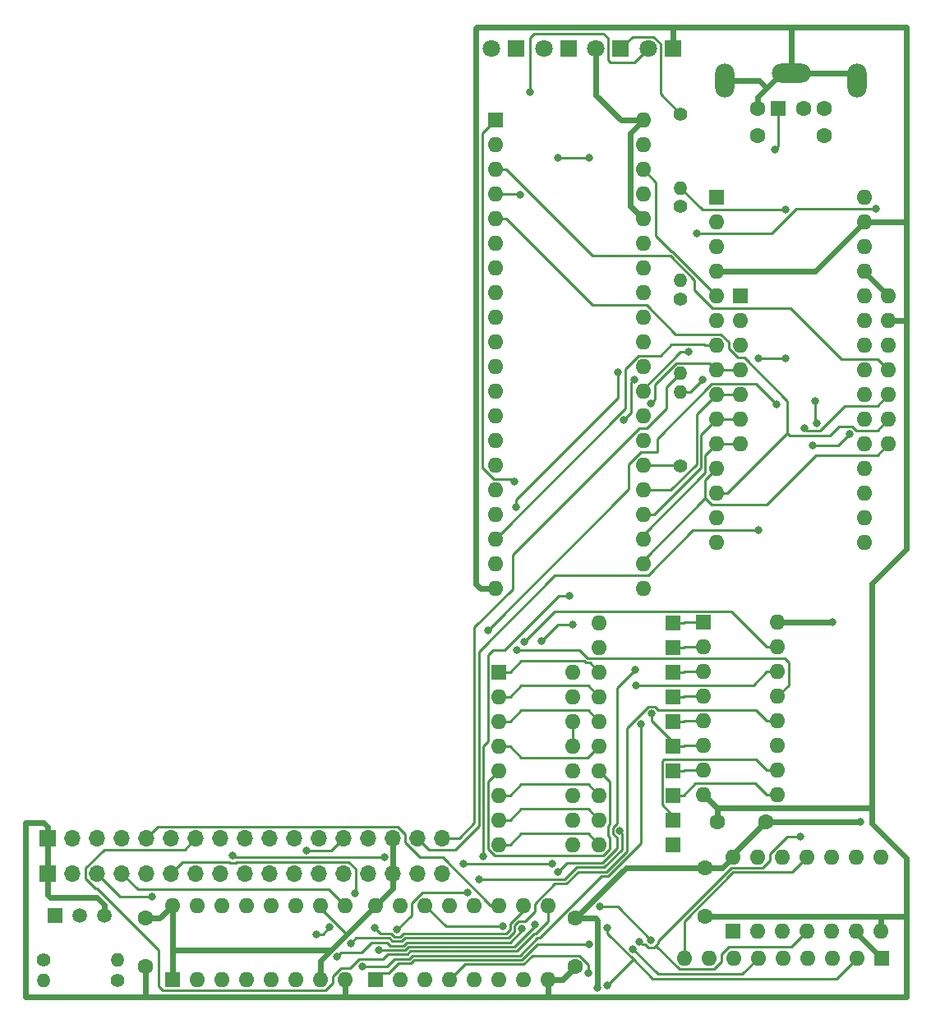
<source format=gbr>
%TF.GenerationSoftware,KiCad,Pcbnew,8.0.1*%
%TF.CreationDate,2024-06-09T23:46:04+01:00*%
%TF.ProjectId,BBC-PS2,4242432d-5053-4322-9e6b-696361645f70,rev?*%
%TF.SameCoordinates,Original*%
%TF.FileFunction,Copper,L2,Bot*%
%TF.FilePolarity,Positive*%
%FSLAX46Y46*%
G04 Gerber Fmt 4.6, Leading zero omitted, Abs format (unit mm)*
G04 Created by KiCad (PCBNEW 8.0.1) date 2024-06-09 23:46:04*
%MOMM*%
%LPD*%
G01*
G04 APERTURE LIST*
%TA.AperFunction,ComponentPad*%
%ADD10R,1.600000X1.600000*%
%TD*%
%TA.AperFunction,ComponentPad*%
%ADD11O,1.600000X1.600000*%
%TD*%
%TA.AperFunction,ComponentPad*%
%ADD12C,1.600000*%
%TD*%
%TA.AperFunction,ComponentPad*%
%ADD13O,2.000000X3.500000*%
%TD*%
%TA.AperFunction,ComponentPad*%
%ADD14O,4.000000X2.000000*%
%TD*%
%TA.AperFunction,ComponentPad*%
%ADD15C,1.400000*%
%TD*%
%TA.AperFunction,ComponentPad*%
%ADD16O,1.400000X1.400000*%
%TD*%
%TA.AperFunction,ComponentPad*%
%ADD17R,1.800000X1.800000*%
%TD*%
%TA.AperFunction,ComponentPad*%
%ADD18C,1.800000*%
%TD*%
%TA.AperFunction,ComponentPad*%
%ADD19R,1.700000X1.700000*%
%TD*%
%TA.AperFunction,ComponentPad*%
%ADD20O,1.700000X1.700000*%
%TD*%
%TA.AperFunction,ComponentPad*%
%ADD21R,1.500000X1.500000*%
%TD*%
%TA.AperFunction,ComponentPad*%
%ADD22C,1.500000*%
%TD*%
%TA.AperFunction,ViaPad*%
%ADD23C,0.800000*%
%TD*%
%TA.AperFunction,Conductor*%
%ADD24C,0.600000*%
%TD*%
%TA.AperFunction,Conductor*%
%ADD25C,0.250000*%
%TD*%
G04 APERTURE END LIST*
D10*
%TO.P,U6,1,Pin_1*%
%TO.N,unconnected-(U6-Pin_1-Pad1)*%
X144310000Y-46200000D03*
D11*
%TO.P,U6,2,Pin_2*%
%TO.N,unconnected-(U6-Pin_2-Pad2)*%
X144310000Y-48740000D03*
%TO.P,U6,3,Pin_3*%
%TO.N,unconnected-(U6-Pin_3-Pad3)*%
X144310000Y-51280000D03*
%TO.P,U6,4,Pin_4*%
%TO.N,GND*%
X144310000Y-53820000D03*
%TO.P,U6,5,Pin_5*%
%TO.N,DATA*%
X144310000Y-56360000D03*
%TO.P,U6,6,Pin_6*%
%TO.N,PS2-CLK*%
X144310000Y-58900000D03*
%TO.P,U6,7,Pin_7*%
%TO.N,STROBE*%
X144310000Y-61440000D03*
%TO.P,U6,8,Pin_8*%
%TO.N,AY2*%
X144310000Y-63980000D03*
%TO.P,U6,9,Pin_9*%
%TO.N,AY1*%
X144310000Y-66520000D03*
%TO.P,U6,10,Pin_10*%
%TO.N,AY0*%
X144310000Y-69060000D03*
%TO.P,U6,11,Pin_11*%
%TO.N,AX2*%
X144310000Y-71600000D03*
%TO.P,U6,12,Pin_12*%
%TO.N,AX1*%
X144310000Y-74140000D03*
%TO.P,U6,13,Pin_13*%
%TO.N,AX0*%
X144310000Y-76680000D03*
%TO.P,U6,14,Pin_14*%
%TO.N,AX3*%
X144310000Y-79220000D03*
%TO.P,U6,15,Pin_15*%
%TO.N,PS2-DATA*%
X144310000Y-81760000D03*
%TO.P,U6,16,Pin_16*%
%TO.N,RESET*%
X159550000Y-81760000D03*
%TO.P,U6,17,Pin_17*%
%TO.N,unconnected-(U6-Pin_17-Pad17)*%
X159550000Y-79220000D03*
%TO.P,U6,18,Pin_18*%
%TO.N,unconnected-(U6-Pin_18-Pad18)*%
X159550000Y-76680000D03*
%TO.P,U6,19,Pin_19*%
%TO.N,BREAK*%
X159550000Y-74140000D03*
%TO.P,U6,20,Pin_20*%
%TO.N,unconnected-(U6-Pin_20-Pad20)*%
X159550000Y-71600000D03*
%TO.P,U6,21,Pin_21*%
%TO.N,unconnected-(U6-Pin_21-Pad21)*%
X159550000Y-69060000D03*
%TO.P,U6,22,Pin_22*%
%TO.N,unconnected-(U6-Pin_22-Pad22)*%
X159550000Y-66520000D03*
%TO.P,U6,23,Pin_23*%
%TO.N,unconnected-(U6-Pin_23-Pad23)*%
X159550000Y-63980000D03*
%TO.P,U6,24,Pin_24*%
%TO.N,unconnected-(U6-Pin_24-Pad24)*%
X159550000Y-61440000D03*
%TO.P,U6,25,Pin_25*%
%TO.N,unconnected-(U6-Pin_25-Pad25)*%
X159550000Y-58900000D03*
%TO.P,U6,26,Pin_26*%
%TO.N,unconnected-(U6-Pin_26-Pad26)*%
X159550000Y-56360000D03*
%TO.P,U6,27,Pin_27*%
%TO.N,+5V*%
X159550000Y-53820000D03*
%TO.P,U6,28,Pin_28*%
%TO.N,unconnected-(U6-Pin_28-Pad28)*%
X159550000Y-51280000D03*
%TO.P,U6,29,Pin_29*%
%TO.N,GND*%
X159550000Y-48740000D03*
%TO.P,U6,30,Pin_30*%
%TO.N,unconnected-(U6-Pin_30-Pad30)*%
X159550000Y-46200000D03*
%TD*%
D10*
%TO.P,J2,1*%
%TO.N,PS2-DATA*%
X150709000Y-37027000D03*
D12*
%TO.P,J2,2*%
%TO.N,unconnected-(J2-Pad2)*%
X153309000Y-37027000D03*
%TO.P,J2,3*%
%TO.N,GND*%
X148609000Y-37027000D03*
%TO.P,J2,4*%
%TO.N,+5V*%
X155409000Y-37027000D03*
%TO.P,J2,5*%
%TO.N,PS2-CLK*%
X148609000Y-39827000D03*
%TO.P,J2,6*%
%TO.N,unconnected-(J2-Pad6)*%
X155409000Y-39827000D03*
D13*
%TO.P,J2,7*%
%TO.N,GND*%
X158859000Y-34177000D03*
D14*
X152009000Y-33377000D03*
D13*
X145159000Y-34177000D03*
%TD*%
D15*
%TO.P,R3,1*%
%TO.N,Net-(D14-K)*%
X140600000Y-47135000D03*
D16*
%TO.P,R3,2*%
%TO.N,LED3*%
X140600000Y-54755000D03*
%TD*%
D17*
%TO.P,D14,1,K*%
%TO.N,Net-(D14-K)*%
X123650000Y-30861000D03*
D18*
%TO.P,D14,2,A*%
%TO.N,+5V*%
X121110000Y-30861000D03*
%TD*%
D10*
%TO.P,D6,1,K*%
%TO.N,X5*%
X139860000Y-102680000D03*
D11*
%TO.P,D6,2,A*%
%TO.N,Net-(D6-A)*%
X132240000Y-102680000D03*
%TD*%
D15*
%TO.P,R6,1*%
%TO.N,Net-(D15-A)*%
X82660000Y-126875000D03*
D16*
%TO.P,R6,2*%
%TO.N,BREAK*%
X75040000Y-126875000D03*
%TD*%
D15*
%TO.P,R7,1*%
%TO.N,Net-(Q2-B)*%
X75040000Y-124750000D03*
D16*
%TO.P,R7,2*%
%TO.N,Net-(D15-A)*%
X82660000Y-124750000D03*
%TD*%
D10*
%TO.P,D10,1,K*%
%TO.N,X9*%
X139860000Y-112840000D03*
D11*
%TO.P,D10,2,A*%
%TO.N,Net-(D10-A)*%
X132240000Y-112840000D03*
%TD*%
D10*
%TO.P,D3,1,K*%
%TO.N,X2*%
X139860000Y-95060000D03*
D11*
%TO.P,D3,2,A*%
%TO.N,Net-(D3-A)*%
X132240000Y-95060000D03*
%TD*%
D12*
%TO.P,C4,1*%
%TO.N,+5V*%
X149387000Y-110520000D03*
%TO.P,C4,2*%
%TO.N,GND*%
X144387000Y-110520000D03*
%TD*%
D19*
%TO.P,J1,1,Pin_1*%
%TO.N,GND*%
X75458000Y-115847000D03*
D20*
%TO.P,J1,2,Pin_2*%
%TO.N,!RST*%
X77998000Y-115847000D03*
%TO.P,J1,3,Pin_3*%
%TO.N,1MHZ*%
X80538000Y-115847000D03*
%TO.P,J1,4,Pin_4*%
%TO.N,KB !EN*%
X83078000Y-115847000D03*
%TO.P,J1,5,Pin_5*%
%TO.N,PA4*%
X85618000Y-115847000D03*
%TO.P,J1,6,Pin_6*%
%TO.N,PA5*%
X88158000Y-115847000D03*
%TO.P,J1,7,Pin_7*%
%TO.N,PA6*%
X90698000Y-115847000D03*
%TO.P,J1,8,Pin_8*%
%TO.N,PA0*%
X93238000Y-115847000D03*
%TO.P,J1,9,Pin_9*%
%TO.N,PA1*%
X95778000Y-115847000D03*
%TO.P,J1,10,Pin_10*%
%TO.N,PA2*%
X98318000Y-115847000D03*
%TO.P,J1,11,Pin_11*%
%TO.N,PA3*%
X100858000Y-115847000D03*
%TO.P,J1,12,Pin_12*%
%TO.N,PA7*%
X103398000Y-115847000D03*
%TO.P,J1,13,Pin_13*%
%TO.N,LED3*%
X105938000Y-115847000D03*
%TO.P,J1,14,Pin_14*%
%TO.N,CA2*%
X108478000Y-115847000D03*
%TO.P,J1,15,Pin_15*%
%TO.N,+5V*%
X111018000Y-115847000D03*
%TO.P,J1,16,Pin_16*%
%TO.N,LED1*%
X113558000Y-115847000D03*
%TO.P,J1,17,Pin_17*%
%TO.N,LED2*%
X116098000Y-115847000D03*
%TD*%
D10*
%TO.P,D7,1,K*%
%TO.N,X6*%
X139860000Y-105220000D03*
D11*
%TO.P,D7,2,A*%
%TO.N,Net-(D7-A)*%
X132240000Y-105220000D03*
%TD*%
D12*
%TO.P,C1,1*%
%TO.N,+5V*%
X85480000Y-120447000D03*
%TO.P,C1,2*%
%TO.N,GND*%
X85480000Y-125447000D03*
%TD*%
D10*
%TO.P,U7,1,Pin_1*%
%TO.N,DATA*%
X146835000Y-56360000D03*
D11*
%TO.P,U7,2,Pin_2*%
%TO.N,BREAK*%
X146835000Y-58900000D03*
%TO.P,U7,3,Pin_3*%
%TO.N,STROBE*%
X146835000Y-61440000D03*
%TO.P,U7,4,Pin_4*%
%TO.N,AY2*%
X146835000Y-63980000D03*
%TO.P,U7,5,Pin_5*%
%TO.N,AY1*%
X146835000Y-66520000D03*
%TO.P,U7,6,Pin_6*%
%TO.N,AY0*%
X146835000Y-69060000D03*
%TO.P,U7,7,Pin_7*%
%TO.N,AX2*%
X146835000Y-71600000D03*
%TO.P,U7,8,Pin_8*%
%TO.N,AX1*%
X162075000Y-71600000D03*
%TO.P,U7,9,Pin_9*%
%TO.N,AX0*%
X162075000Y-69060000D03*
%TO.P,U7,10,Pin_10*%
%TO.N,AX3*%
X162075000Y-66520000D03*
%TO.P,U7,11,Pin_11*%
%TO.N,RESET*%
X162075000Y-63980000D03*
%TO.P,U7,12,Pin_12*%
%TO.N,unconnected-(U7-Pin_12-Pad12)*%
X162075000Y-61440000D03*
%TO.P,U7,13,Pin_13*%
%TO.N,GND*%
X162075000Y-58900000D03*
%TO.P,U7,14,Pin_14*%
%TO.N,+5V*%
X162075000Y-56360000D03*
%TD*%
D15*
%TO.P,R4,1*%
%TO.N,FLOAT*%
X140600000Y-73880000D03*
D16*
%TO.P,R4,2*%
%TO.N,GND*%
X140600000Y-66260000D03*
%TD*%
D12*
%TO.P,C3,1*%
%TO.N,+5V*%
X143160000Y-115225000D03*
%TO.P,C3,2*%
%TO.N,GND*%
X143160000Y-120225000D03*
%TD*%
D10*
%TO.P,U5,1,Pin_1*%
%TO.N,D4*%
X121534000Y-38232000D03*
D11*
%TO.P,U5,2,Pin_2*%
%TO.N,AY2*%
X121534000Y-40772000D03*
%TO.P,U5,3,Pin_3*%
%TO.N,RESET*%
X121534000Y-43312000D03*
%TO.P,U5,4,Pin_4*%
%TO.N,AX3*%
X121534000Y-45852000D03*
%TO.P,U5,5,Pin_5*%
%TO.N,AX0*%
X121534000Y-48392000D03*
%TO.P,U5,6,Pin_6*%
%TO.N,FLOAT*%
X121534000Y-50932000D03*
%TO.P,U5,7,Pin_7*%
X121534000Y-53472000D03*
%TO.P,U5,8,Pin_8*%
%TO.N,X6*%
X121534000Y-56012000D03*
%TO.P,U5,9,Pin_9*%
%TO.N,X7*%
X121534000Y-58552000D03*
%TO.P,U5,10,Pin_10*%
%TO.N,X8*%
X121534000Y-61092000D03*
%TO.P,U5,11,Pin_11*%
%TO.N,X9*%
X121534000Y-63632000D03*
%TO.P,U5,12,Pin_12*%
%TO.N,X10*%
X121534000Y-66172000D03*
%TO.P,U5,13,Pin_13*%
%TO.N,X11*%
X121534000Y-68712000D03*
%TO.P,U5,14,Pin_14*%
%TO.N,unconnected-(U5-Pin_14-Pad14)*%
X121534000Y-71252000D03*
%TO.P,U5,15,Pin_15*%
%TO.N,D7*%
X121534000Y-73792000D03*
%TO.P,U5,16,Pin_16*%
%TO.N,GND*%
X121534000Y-76332000D03*
%TO.P,U5,17,Pin_17*%
%TO.N,D1*%
X121534000Y-78872000D03*
%TO.P,U5,18,Pin_18*%
%TO.N,STROBE*%
X121534000Y-81412000D03*
%TO.P,U5,19,Pin_19*%
%TO.N,D2*%
X121534000Y-83952000D03*
%TO.P,U5,20,Pin_20*%
%TO.N,GND*%
X121534000Y-86492000D03*
%TO.P,U5,21,Pin_21*%
%TO.N,D3*%
X136774000Y-86492000D03*
%TO.P,U5,22,Pin_22*%
%TO.N,AX1*%
X136774000Y-83952000D03*
%TO.P,U5,23,Pin_23*%
%TO.N,AX2*%
X136774000Y-81412000D03*
%TO.P,U5,24,Pin_24*%
%TO.N,AY0*%
X136774000Y-78872000D03*
%TO.P,U5,25,Pin_25*%
%TO.N,AY1*%
X136774000Y-76332000D03*
%TO.P,U5,26,Pin_26*%
%TO.N,FLOAT*%
X136774000Y-73792000D03*
%TO.P,U5,27,Pin_27*%
X136774000Y-71252000D03*
%TO.P,U5,28,Pin_28*%
%TO.N,X5*%
X136774000Y-68712000D03*
%TO.P,U5,29,Pin_29*%
%TO.N,X4*%
X136774000Y-66172000D03*
%TO.P,U5,30,Pin_30*%
%TO.N,X3*%
X136774000Y-63632000D03*
%TO.P,U5,31,Pin_31*%
%TO.N,X2*%
X136774000Y-61092000D03*
%TO.P,U5,32,Pin_32*%
%TO.N,X1*%
X136774000Y-58552000D03*
%TO.P,U5,33,Pin_33*%
%TO.N,X0*%
X136774000Y-56012000D03*
%TO.P,U5,34,Pin_34*%
%TO.N,unconnected-(U5-Pin_34-Pad34)*%
X136774000Y-53472000D03*
%TO.P,U5,35,Pin_35*%
%TO.N,D0*%
X136774000Y-50932000D03*
%TO.P,U5,36,Pin_36*%
%TO.N,+5V*%
X136774000Y-48392000D03*
%TO.P,U5,37,Pin_37*%
%TO.N,D6*%
X136774000Y-45852000D03*
%TO.P,U5,38,Pin_38*%
%TO.N,DATA*%
X136774000Y-43312000D03*
%TO.P,U5,39,Pin_39*%
%TO.N,D5*%
X136774000Y-40772000D03*
%TO.P,U5,40,Pin_40*%
%TO.N,+5V*%
X136774000Y-38232000D03*
%TD*%
D21*
%TO.P,Q2,1,C*%
%TO.N,!RST*%
X76205000Y-120200000D03*
D22*
%TO.P,Q2,2,B*%
%TO.N,Net-(Q2-B)*%
X78745000Y-120200000D03*
%TO.P,Q2,3,E*%
%TO.N,GND*%
X81285000Y-120200000D03*
%TD*%
D17*
%TO.P,D13,1,K*%
%TO.N,Net-(D13-K)*%
X129068000Y-30861000D03*
D18*
%TO.P,D13,2,A*%
%TO.N,+5V*%
X126528000Y-30861000D03*
%TD*%
D15*
%TO.P,R2,1*%
%TO.N,Net-(D13-K)*%
X140600000Y-56685000D03*
D16*
%TO.P,R2,2*%
%TO.N,LED2*%
X140600000Y-64305000D03*
%TD*%
D10*
%TO.P,D1,1,K*%
%TO.N,X0*%
X139860000Y-89980000D03*
D11*
%TO.P,D1,2,A*%
%TO.N,X10*%
X132240000Y-89980000D03*
%TD*%
D17*
%TO.P,D15,1,K*%
%TO.N,GND*%
X139865000Y-30861000D03*
D18*
%TO.P,D15,2,A*%
%TO.N,Net-(D15-A)*%
X137325000Y-30861000D03*
%TD*%
D10*
%TO.P,U3,1,~{Q0}*%
%TO.N,X0*%
X143025000Y-89960000D03*
D11*
%TO.P,U3,2,~{Q1}*%
%TO.N,X1*%
X143025000Y-92500000D03*
%TO.P,U3,3,~{Q2}*%
%TO.N,X2*%
X143025000Y-95040000D03*
%TO.P,U3,4,~{Q3}*%
%TO.N,X3*%
X143025000Y-97580000D03*
%TO.P,U3,5,~{Q4}*%
%TO.N,X4*%
X143025000Y-100120000D03*
%TO.P,U3,6,~{Q5}*%
%TO.N,X5*%
X143025000Y-102660000D03*
%TO.P,U3,7,~{Q6}*%
%TO.N,X6*%
X143025000Y-105200000D03*
%TO.P,U3,8,GND*%
%TO.N,GND*%
X143025000Y-107740000D03*
%TO.P,U3,9,~{Q7}*%
%TO.N,X7*%
X150645000Y-107740000D03*
%TO.P,U3,10,~{Q8}*%
%TO.N,X8*%
X150645000Y-105200000D03*
%TO.P,U3,11,~{Q9}*%
%TO.N,X9*%
X150645000Y-102660000D03*
%TO.P,U3,12,D*%
%TO.N,QD*%
X150645000Y-100120000D03*
%TO.P,U3,13,C*%
%TO.N,QC*%
X150645000Y-97580000D03*
%TO.P,U3,14,B*%
%TO.N,QB*%
X150645000Y-95040000D03*
%TO.P,U3,15,A*%
%TO.N,QA*%
X150645000Y-92500000D03*
%TO.P,U3,16,VCC*%
%TO.N,+5V*%
X150645000Y-89960000D03*
%TD*%
D10*
%TO.P,D4,1,K*%
%TO.N,X3*%
X139860000Y-97600000D03*
D11*
%TO.P,D4,2,A*%
%TO.N,Net-(D4-A)*%
X132240000Y-97600000D03*
%TD*%
D12*
%TO.P,C2,1*%
%TO.N,+5V*%
X129805000Y-120447000D03*
%TO.P,C2,2*%
%TO.N,GND*%
X129805000Y-125447000D03*
%TD*%
D10*
%TO.P,SW1,1*%
%TO.N,Net-(D3-A)*%
X121925000Y-95070000D03*
D11*
%TO.P,SW1,2*%
%TO.N,Net-(D4-A)*%
X121925000Y-97610000D03*
%TO.P,SW1,3*%
%TO.N,Net-(D5-A)*%
X121925000Y-100150000D03*
%TO.P,SW1,4*%
%TO.N,Net-(D6-A)*%
X121925000Y-102690000D03*
%TO.P,SW1,5*%
%TO.N,Net-(D7-A)*%
X121925000Y-105230000D03*
%TO.P,SW1,6*%
%TO.N,Net-(D8-A)*%
X121925000Y-107770000D03*
%TO.P,SW1,7*%
%TO.N,Net-(D9-A)*%
X121925000Y-110310000D03*
%TO.P,SW1,8*%
%TO.N,Net-(D10-A)*%
X121925000Y-112850000D03*
%TO.P,SW1,9*%
%TO.N,D0*%
X129545000Y-112850000D03*
%TO.P,SW1,10*%
X129545000Y-110310000D03*
%TO.P,SW1,11*%
X129545000Y-107770000D03*
%TO.P,SW1,12*%
X129545000Y-105230000D03*
%TO.P,SW1,13*%
X129545000Y-102690000D03*
%TO.P,SW1,14*%
X129545000Y-100150000D03*
%TO.P,SW1,15*%
X129545000Y-97610000D03*
%TO.P,SW1,16*%
X129545000Y-95070000D03*
%TD*%
D15*
%TO.P,R1,1*%
%TO.N,Net-(D12-K)*%
X140600000Y-37575000D03*
D16*
%TO.P,R1,2*%
%TO.N,LED1*%
X140600000Y-45195000D03*
%TD*%
D10*
%TO.P,RN1,1,common*%
%TO.N,+5V*%
X161340000Y-124555000D03*
D11*
%TO.P,RN1,2,R1*%
%TO.N,D0*%
X158800000Y-124555000D03*
%TO.P,RN1,3,R2*%
%TO.N,D6*%
X156260000Y-124555000D03*
%TO.P,RN1,4,R3*%
%TO.N,D5*%
X153720000Y-124555000D03*
%TO.P,RN1,5,R4*%
%TO.N,D4*%
X151180000Y-124555000D03*
%TO.P,RN1,6,R5*%
%TO.N,D3*%
X148640000Y-124555000D03*
%TO.P,RN1,7,R6*%
%TO.N,D2*%
X146100000Y-124555000D03*
%TO.P,RN1,8,R7*%
%TO.N,D1*%
X143560000Y-124555000D03*
%TO.P,RN1,9,R8*%
%TO.N,D7*%
X141020000Y-124555000D03*
%TD*%
D10*
%TO.P,U1,1,~{MR}*%
%TO.N,+5V*%
X88281000Y-126747000D03*
D11*
%TO.P,U1,2,CP*%
%TO.N,1MHZ*%
X90821000Y-126747000D03*
%TO.P,U1,3,D0*%
%TO.N,PA0*%
X93361000Y-126747000D03*
%TO.P,U1,4,D1*%
%TO.N,PA1*%
X95901000Y-126747000D03*
%TO.P,U1,5,D2*%
%TO.N,PA2*%
X98441000Y-126747000D03*
%TO.P,U1,6,D3*%
%TO.N,PA3*%
X100981000Y-126747000D03*
%TO.P,U1,7,CEP*%
%TO.N,+5V*%
X103521000Y-126747000D03*
%TO.P,U1,8,GND*%
%TO.N,GND*%
X106061000Y-126747000D03*
%TO.P,U1,9,~{PE}*%
%TO.N,KB !EN*%
X106061000Y-119127000D03*
%TO.P,U1,10,CET*%
%TO.N,+5V*%
X103521000Y-119127000D03*
%TO.P,U1,11,Q3*%
%TO.N,QD*%
X100981000Y-119127000D03*
%TO.P,U1,12,Q2*%
%TO.N,QC*%
X98441000Y-119127000D03*
%TO.P,U1,13,Q1*%
%TO.N,QB*%
X95901000Y-119127000D03*
%TO.P,U1,14,Q0*%
%TO.N,QA*%
X93361000Y-119127000D03*
%TO.P,U1,15,TC*%
%TO.N,unconnected-(U1-TC-Pad15)*%
X90821000Y-119127000D03*
%TO.P,U1,16,VCC*%
%TO.N,+5V*%
X88281000Y-119127000D03*
%TD*%
D10*
%TO.P,D2,1,K*%
%TO.N,X1*%
X139860000Y-92520000D03*
D11*
%TO.P,D2,2,A*%
%TO.N,X11*%
X132240000Y-92520000D03*
%TD*%
D19*
%TO.P,J3,1,Pin_1*%
%TO.N,GND*%
X75460000Y-112175000D03*
D20*
%TO.P,J3,2,Pin_2*%
%TO.N,!RST*%
X78000000Y-112175000D03*
%TO.P,J3,3,Pin_3*%
%TO.N,1MHZ*%
X80540000Y-112175000D03*
%TO.P,J3,4,Pin_4*%
%TO.N,KB !EN*%
X83080000Y-112175000D03*
%TO.P,J3,5,Pin_5*%
%TO.N,PA4*%
X85620000Y-112175000D03*
%TO.P,J3,6,Pin_6*%
%TO.N,PA5*%
X88160000Y-112175000D03*
%TO.P,J3,7,Pin_7*%
%TO.N,PA6*%
X90700000Y-112175000D03*
%TO.P,J3,8,Pin_8*%
%TO.N,PA0*%
X93240000Y-112175000D03*
%TO.P,J3,9,Pin_9*%
%TO.N,PA1*%
X95780000Y-112175000D03*
%TO.P,J3,10,Pin_10*%
%TO.N,PA2*%
X98320000Y-112175000D03*
%TO.P,J3,11,Pin_11*%
%TO.N,PA3*%
X100860000Y-112175000D03*
%TO.P,J3,12,Pin_12*%
%TO.N,PA7*%
X103400000Y-112175000D03*
%TO.P,J3,13,Pin_13*%
%TO.N,LED3*%
X105940000Y-112175000D03*
%TO.P,J3,14,Pin_14*%
%TO.N,CA2*%
X108480000Y-112175000D03*
%TO.P,J3,15,Pin_15*%
%TO.N,+5V*%
X111020000Y-112175000D03*
%TO.P,J3,16,Pin_16*%
%TO.N,LED1*%
X113560000Y-112175000D03*
%TO.P,J3,17,Pin_17*%
%TO.N,LED2*%
X116100000Y-112175000D03*
%TD*%
D10*
%TO.P,U4,1*%
%TO.N,D2*%
X146060000Y-121750000D03*
D11*
%TO.P,U4,2*%
%TO.N,D3*%
X148600000Y-121750000D03*
%TO.P,U4,3*%
%TO.N,D4*%
X151140000Y-121750000D03*
%TO.P,U4,4*%
%TO.N,D5*%
X153680000Y-121750000D03*
%TO.P,U4,5*%
%TO.N,D6*%
X156220000Y-121750000D03*
%TO.P,U4,6*%
%TO.N,+5V*%
X158760000Y-121750000D03*
%TO.P,U4,7,GND*%
%TO.N,GND*%
X161300000Y-121750000D03*
%TO.P,U4,8*%
%TO.N,CA2*%
X161300000Y-114130000D03*
%TO.P,U4,9*%
%TO.N,N/C*%
X158760000Y-114130000D03*
%TO.P,U4,10*%
X156220000Y-114130000D03*
%TO.P,U4,11*%
%TO.N,D7*%
X153680000Y-114130000D03*
%TO.P,U4,12*%
%TO.N,D1*%
X151140000Y-114130000D03*
%TO.P,U4,13*%
%TO.N,N/C*%
X148600000Y-114130000D03*
%TO.P,U4,14,VCC*%
%TO.N,+5V*%
X146060000Y-114130000D03*
%TD*%
D10*
%TO.P,D8,1,K*%
%TO.N,X7*%
X139860000Y-107760000D03*
D11*
%TO.P,D8,2,A*%
%TO.N,Net-(D8-A)*%
X132240000Y-107760000D03*
%TD*%
D10*
%TO.P,U2,1,I3*%
%TO.N,D3*%
X109236000Y-126747000D03*
D11*
%TO.P,U2,2,I2*%
%TO.N,D2*%
X111776000Y-126747000D03*
%TO.P,U2,3,I1*%
%TO.N,D1*%
X114316000Y-126747000D03*
%TO.P,U2,4,I0*%
%TO.N,D0*%
X116856000Y-126747000D03*
%TO.P,U2,5,Y*%
%TO.N,unconnected-(U2-Y-Pad5)*%
X119396000Y-126747000D03*
%TO.P,U2,6,~{Y}*%
%TO.N,PA7*%
X121936000Y-126747000D03*
%TO.P,U2,7,~{OE}*%
%TO.N,KB !EN*%
X124476000Y-126747000D03*
%TO.P,U2,8,GND*%
%TO.N,GND*%
X127016000Y-126747000D03*
%TO.P,U2,9,S2*%
%TO.N,PA6*%
X127016000Y-119127000D03*
%TO.P,U2,10,S1*%
%TO.N,PA5*%
X124476000Y-119127000D03*
%TO.P,U2,11,S0*%
%TO.N,PA4*%
X121936000Y-119127000D03*
%TO.P,U2,12,I7*%
%TO.N,D7*%
X119396000Y-119127000D03*
%TO.P,U2,13,I6*%
%TO.N,D6*%
X116856000Y-119127000D03*
%TO.P,U2,14,I5*%
%TO.N,D5*%
X114316000Y-119127000D03*
%TO.P,U2,15,I4*%
%TO.N,D4*%
X111776000Y-119127000D03*
%TO.P,U2,16,VCC*%
%TO.N,+5V*%
X109236000Y-119127000D03*
%TD*%
D10*
%TO.P,D5,1,K*%
%TO.N,X4*%
X139860000Y-100140000D03*
D11*
%TO.P,D5,2,A*%
%TO.N,Net-(D5-A)*%
X132240000Y-100140000D03*
%TD*%
D17*
%TO.P,D12,1,K*%
%TO.N,Net-(D12-K)*%
X134450000Y-30861000D03*
D18*
%TO.P,D12,2,A*%
%TO.N,+5V*%
X131910000Y-30861000D03*
%TD*%
D10*
%TO.P,D9,1,K*%
%TO.N,X8*%
X139860000Y-110300000D03*
D11*
%TO.P,D9,2,A*%
%TO.N,Net-(D9-A)*%
X132240000Y-110300000D03*
%TD*%
D23*
%TO.N,+5V*%
X156275000Y-89960000D03*
X132100000Y-127625000D03*
X159175000Y-110520000D03*
%TO.N,Net-(D15-A)*%
X125125000Y-35350000D03*
%TO.N,X4*%
X141442700Y-62077600D03*
%TO.N,X5*%
X137696600Y-99375700D03*
%TO.N,1MHZ*%
X86175000Y-118200400D03*
%TO.N,PA5*%
X109097300Y-121433400D03*
X107049800Y-117912700D03*
%TO.N,LED3*%
X135836700Y-64979400D03*
X127979100Y-115710800D03*
X124304300Y-121532500D03*
X102130000Y-113441600D03*
X104480800Y-121351400D03*
X134806500Y-69117400D03*
X105226800Y-124427100D03*
X103149900Y-122077600D03*
X135952200Y-94851700D03*
%TO.N,LED1*%
X148667200Y-62786400D03*
X148667200Y-80473900D03*
X151416000Y-62786400D03*
X151416000Y-47470000D03*
%TO.N,PS2-DATA*%
X150353000Y-41294900D03*
%TO.N,GND*%
X142939300Y-64947400D03*
%TO.N,BREAK*%
X150525000Y-67475000D03*
X120775000Y-90800000D03*
%TO.N,D0*%
X133115400Y-121405500D03*
X131168000Y-126100500D03*
X134207300Y-64180900D03*
X133102200Y-127371200D03*
X123666100Y-78083900D03*
%TO.N,D6*%
X154653700Y-69457300D03*
X154474500Y-67155100D03*
%TO.N,D5*%
X136417100Y-122862800D03*
X158035900Y-70513100D03*
X153004100Y-112075000D03*
X122341700Y-121298900D03*
X154254200Y-71715100D03*
%TO.N,D4*%
X123500000Y-75425000D03*
X137598800Y-122696000D03*
X129550000Y-90150000D03*
X126275000Y-91875000D03*
X118259900Y-114823400D03*
X132309000Y-119261100D03*
X127420600Y-114823400D03*
%TO.N,D3*%
X135746600Y-123609000D03*
X131180200Y-123093600D03*
%TO.N,D2*%
X125621800Y-121081600D03*
X109553300Y-123721900D03*
%TO.N,D1*%
X111423900Y-121630000D03*
X134373800Y-111432400D03*
X119850300Y-116437500D03*
X118720600Y-117817400D03*
%TO.N,D7*%
X129225000Y-87225000D03*
X120325000Y-114098400D03*
%TO.N,QD*%
X106645900Y-123009200D03*
%TO.N,QC*%
X123784400Y-92825000D03*
%TO.N,QB*%
X136082900Y-96441100D03*
X107811000Y-125372900D03*
X136581400Y-100440300D03*
%TO.N,QA*%
X110106000Y-114177600D03*
X124509400Y-91976300D03*
X94509000Y-113983300D03*
%TO.N,AY2*%
X137550000Y-67442000D03*
%TO.N,AX3*%
X153415000Y-69959400D03*
X160775000Y-47350000D03*
X124150000Y-45925000D03*
X142325000Y-49850000D03*
X131200000Y-42125000D03*
X128025000Y-42125000D03*
%TD*%
D24*
%TO.N,GND*%
X163900000Y-114250000D02*
X163900000Y-120250000D01*
X160325000Y-85925000D02*
X160325000Y-110675000D01*
X163875000Y-82375000D02*
X160325000Y-85925000D01*
X160325000Y-110675000D02*
X163900000Y-114250000D01*
X163875000Y-58900000D02*
X163875000Y-82375000D01*
%TO.N,+5V*%
X159175000Y-110520000D02*
X149387000Y-110520000D01*
X156275000Y-89960000D02*
X150645000Y-89960000D01*
%TO.N,GND*%
X144387000Y-109102000D02*
X160325000Y-109102000D01*
%TO.N,+5V*%
X111020000Y-115845000D02*
X111018000Y-115847000D01*
D25*
X103521000Y-119363900D02*
X103521000Y-119127000D01*
X106086600Y-122276400D02*
X106086600Y-121929500D01*
D24*
X86961000Y-120447000D02*
X88281000Y-119127000D01*
X106086600Y-122276400D02*
X104656500Y-123706500D01*
X88281000Y-122675000D02*
X88281000Y-123900000D01*
X135474000Y-39532000D02*
X135474000Y-47092000D01*
X111018000Y-115847000D02*
X111018000Y-117345000D01*
X88281000Y-119127000D02*
X88281000Y-122675000D01*
X88474500Y-123706500D02*
X104656500Y-123706500D01*
X131910000Y-35660000D02*
X131910000Y-30861000D01*
X135027000Y-115225000D02*
X129805000Y-120447000D01*
X146060000Y-114130000D02*
X146060000Y-113847000D01*
X136774000Y-38232000D02*
X135474000Y-39532000D01*
X109236000Y-119127000D02*
X106086600Y-122276400D01*
D25*
X106086600Y-121929500D02*
X103521000Y-119363900D01*
D24*
X129805000Y-120447000D02*
X131872000Y-120447000D01*
X111018000Y-117345000D02*
X109236000Y-119127000D01*
X132100000Y-120675000D02*
X132100000Y-127625000D01*
X143160000Y-115225000D02*
X135027000Y-115225000D01*
X144965000Y-115225000D02*
X146060000Y-114130000D01*
X88281000Y-123900000D02*
X88474500Y-123706500D01*
X158760000Y-121750000D02*
X158760000Y-121975000D01*
X88281000Y-122675000D02*
X88281000Y-126747000D01*
X103521000Y-124842000D02*
X103521000Y-126747000D01*
X146060000Y-113847000D02*
X149387000Y-110520000D01*
X143160000Y-115225000D02*
X144965000Y-115225000D01*
X111020000Y-112175000D02*
X111020000Y-115845000D01*
X85480000Y-120447000D02*
X86961000Y-120447000D01*
X159550000Y-53820000D02*
X159550000Y-53835000D01*
X158760000Y-121975000D02*
X161340000Y-124555000D01*
X134482000Y-38232000D02*
X131910000Y-35660000D01*
X136774000Y-38232000D02*
X134482000Y-38232000D01*
X104656500Y-123706500D02*
X103521000Y-124842000D01*
X135474000Y-47092000D02*
X136774000Y-48392000D01*
X131872000Y-120447000D02*
X132100000Y-120675000D01*
X159550000Y-53835000D02*
X162075000Y-56360000D01*
D25*
%TO.N,Net-(D15-A)*%
X132700000Y-29300000D02*
X133175000Y-29775000D01*
X133414000Y-32275000D02*
X135911000Y-32275000D01*
X125550000Y-29300000D02*
X132700000Y-29300000D01*
X125125000Y-29725000D02*
X125550000Y-29300000D01*
X133175000Y-29775000D02*
X133175000Y-32036000D01*
X133175000Y-32036000D02*
X133414000Y-32275000D01*
X125125000Y-35350000D02*
X125125000Y-29725000D01*
X135911000Y-32275000D02*
X137325000Y-30861000D01*
%TO.N,X0*%
X143025000Y-89960000D02*
X141006700Y-89960000D01*
X139860000Y-89980000D02*
X140986700Y-89980000D01*
X141006700Y-89960000D02*
X140986700Y-89980000D01*
%TO.N,X1*%
X139860000Y-92520000D02*
X140986700Y-92520000D01*
X141006700Y-92500000D02*
X140986700Y-92520000D01*
X143025000Y-92500000D02*
X141006700Y-92500000D01*
%TO.N,X2*%
X143025000Y-95040000D02*
X141006700Y-95040000D01*
X141006700Y-95040000D02*
X140986700Y-95060000D01*
X139860000Y-95060000D02*
X140986700Y-95060000D01*
%TO.N,Net-(D3-A)*%
X123051700Y-95070000D02*
X124188400Y-93933300D01*
X130696904Y-93933300D02*
X130858604Y-94095000D01*
X124188400Y-93933300D02*
X130696904Y-93933300D01*
X130858604Y-94095000D02*
X131275000Y-94095000D01*
X121925000Y-95070000D02*
X123051700Y-95070000D01*
X131275000Y-94095000D02*
X132240000Y-95060000D01*
%TO.N,X3*%
X143025000Y-97580000D02*
X141006700Y-97580000D01*
X141006700Y-97580000D02*
X140986700Y-97600000D01*
X139860000Y-97600000D02*
X140986700Y-97600000D01*
%TO.N,Net-(D4-A)*%
X131113300Y-96473300D02*
X132240000Y-97600000D01*
X124188400Y-96473300D02*
X131113300Y-96473300D01*
X123051700Y-97610000D02*
X124188400Y-96473300D01*
X121925000Y-97610000D02*
X123051700Y-97610000D01*
%TO.N,X4*%
X140650000Y-62077600D02*
X141442700Y-62077600D01*
X136774000Y-65953600D02*
X140650000Y-62077600D01*
X143025000Y-100120000D02*
X141006700Y-100120000D01*
X136774000Y-66172000D02*
X136774000Y-65953600D01*
X139860000Y-100140000D02*
X140986700Y-100140000D01*
X141006700Y-100120000D02*
X140986700Y-100140000D01*
%TO.N,Net-(D5-A)*%
X121925000Y-100150000D02*
X123051700Y-100150000D01*
X124188400Y-99013300D02*
X131113300Y-99013300D01*
X123051700Y-100150000D02*
X124188400Y-99013300D01*
X131113300Y-99013300D02*
X132240000Y-100140000D01*
%TO.N,X5*%
X141006700Y-102660000D02*
X140986700Y-102680000D01*
X140423400Y-102680000D02*
X139860000Y-102680000D01*
X137696600Y-100093700D02*
X137696600Y-99375700D01*
X139860000Y-102257100D02*
X137696600Y-100093700D01*
X140423400Y-102680000D02*
X140986700Y-102680000D01*
X143025000Y-102660000D02*
X141006700Y-102660000D01*
X139860000Y-102680000D02*
X139860000Y-102257100D01*
%TO.N,Net-(D6-A)*%
X131052700Y-103867300D02*
X132240000Y-102680000D01*
X124229000Y-103867300D02*
X131052700Y-103867300D01*
X121925000Y-102690000D02*
X123051700Y-102690000D01*
X123051700Y-102690000D02*
X124229000Y-103867300D01*
%TO.N,X6*%
X143025000Y-105200000D02*
X141006700Y-105200000D01*
X141006700Y-105200000D02*
X140986700Y-105220000D01*
X139860000Y-105220000D02*
X140986700Y-105220000D01*
%TO.N,Net-(D7-A)*%
X121452000Y-114003900D02*
X120790000Y-113341900D01*
X133366700Y-113308000D02*
X132670800Y-114003900D01*
X133366700Y-106346700D02*
X133366700Y-110773100D01*
X133366700Y-112091700D02*
X133366700Y-113308000D01*
X120790000Y-113341900D02*
X120790000Y-106365000D01*
X132670800Y-114003900D02*
X121452000Y-114003900D01*
X133195400Y-111920400D02*
X133366700Y-112091700D01*
X120790000Y-106365000D02*
X121925000Y-105230000D01*
X133366700Y-110773100D02*
X133195400Y-110944400D01*
X133195400Y-110944400D02*
X133195400Y-111920400D01*
X132240000Y-105220000D02*
X133366700Y-106346700D01*
%TO.N,X7*%
X150645000Y-107740000D02*
X149518300Y-107740000D01*
X139860000Y-107760000D02*
X140986700Y-107760000D01*
X149518300Y-107740000D02*
X148350800Y-106572500D01*
X148350800Y-106572500D02*
X142174200Y-106572500D01*
X142174200Y-106572500D02*
X140986700Y-107760000D01*
%TO.N,Net-(D8-A)*%
X124178400Y-106643300D02*
X131123300Y-106643300D01*
X131123300Y-106643300D02*
X132240000Y-107760000D01*
X121925000Y-107770000D02*
X123051700Y-107770000D01*
X123051700Y-107770000D02*
X124178400Y-106643300D01*
%TO.N,X8*%
X148391600Y-104073300D02*
X149518300Y-105200000D01*
X139860000Y-109877500D02*
X138733300Y-108750800D01*
X149518300Y-105200000D02*
X150645000Y-105200000D01*
X138733300Y-108750800D02*
X138733300Y-104235500D01*
X138733300Y-104235500D02*
X138895500Y-104073300D01*
X138895500Y-104073300D02*
X148391600Y-104073300D01*
X139860000Y-110300000D02*
X139860000Y-109877500D01*
%TO.N,Net-(D9-A)*%
X121925000Y-110310000D02*
X123051700Y-110310000D01*
X123051700Y-110310000D02*
X124178500Y-109183200D01*
X124178500Y-109183200D02*
X131123200Y-109183200D01*
X131123200Y-109183200D02*
X132240000Y-110300000D01*
%TO.N,Net-(D10-A)*%
X131113300Y-111713300D02*
X132240000Y-112840000D01*
X123051700Y-112850000D02*
X124188400Y-111713300D01*
X124188400Y-111713300D02*
X131113300Y-111713300D01*
X121925000Y-112850000D02*
X123051700Y-112850000D01*
%TO.N,1MHZ*%
X80538000Y-115847000D02*
X80547000Y-115847000D01*
X86149600Y-118175000D02*
X86175000Y-118200400D01*
X82875000Y-118175000D02*
X86149600Y-118175000D01*
X80547000Y-115847000D02*
X82875000Y-118175000D01*
%TO.N,KB !EN*%
X84706400Y-117475400D02*
X104409400Y-117475400D01*
X104409400Y-117475400D02*
X106061000Y-119127000D01*
X83078000Y-115847000D02*
X84706400Y-117475400D01*
%TO.N,PA4*%
X116155300Y-114191300D02*
X121091000Y-119127000D01*
X113818200Y-114191300D02*
X116155300Y-114191300D01*
X112290000Y-112663100D02*
X113818200Y-114191300D01*
X85620000Y-112175000D02*
X86796700Y-110998300D01*
X112290000Y-111779600D02*
X112290000Y-112663100D01*
X86796700Y-110998300D02*
X111508700Y-110998300D01*
X121091000Y-119127000D02*
X121936000Y-119127000D01*
X111508700Y-110998300D02*
X112290000Y-111779600D01*
%TO.N,PA5*%
X94157200Y-114659100D02*
X94208100Y-114710000D01*
X109097300Y-121433400D02*
X109689600Y-122025700D01*
X94810000Y-114710000D02*
X94860900Y-114659100D01*
X88158000Y-115847000D02*
X89345900Y-114659100D01*
X110792000Y-122025700D02*
X111123000Y-122356700D01*
X107139100Y-115370900D02*
X107139100Y-117823400D01*
X89345900Y-114659100D02*
X94157200Y-114659100D01*
X122704000Y-122025700D02*
X123097200Y-121632500D01*
X109689600Y-122025700D02*
X110792000Y-122025700D01*
X124476000Y-119637000D02*
X124476000Y-119127000D01*
X111123000Y-122356700D02*
X111724900Y-122356700D01*
X106427300Y-114659100D02*
X107139100Y-115370900D01*
X94860900Y-114659100D02*
X106427300Y-114659100D01*
X94208100Y-114710000D02*
X94810000Y-114710000D01*
X111724900Y-122356700D02*
X112055900Y-122025700D01*
X107139100Y-117823400D02*
X107049800Y-117912700D01*
X123097200Y-121015800D02*
X124476000Y-119637000D01*
X112055900Y-122025700D02*
X122704000Y-122025700D01*
X123097200Y-121632500D02*
X123097200Y-121015800D01*
%TO.N,PA6*%
X86834000Y-127416900D02*
X87290800Y-127873700D01*
X106613000Y-125543300D02*
X107516200Y-124640100D01*
X79350500Y-116388200D02*
X80362700Y-117400400D01*
X104063200Y-127873700D02*
X104791000Y-127145900D01*
X112804300Y-123832500D02*
X123755100Y-123832500D01*
X110454000Y-124163500D02*
X112473300Y-124163500D01*
X105667200Y-125543400D02*
X106613000Y-125543400D01*
X107516200Y-124640100D02*
X109977400Y-124640100D01*
X90700000Y-112175000D02*
X89523300Y-113351700D01*
X109977400Y-124640100D02*
X110454000Y-124163500D01*
X127016000Y-120715500D02*
X127016000Y-119127000D01*
X125725300Y-122006200D02*
X127016000Y-120715500D01*
X104791000Y-126419600D02*
X105667200Y-125543400D01*
X80519200Y-117400400D02*
X86834000Y-123715200D01*
X104791000Y-127145900D02*
X104791000Y-126419600D01*
X112473300Y-124163500D02*
X112804300Y-123832500D01*
X81262700Y-113351700D02*
X79350500Y-115263900D01*
X87290800Y-127873700D02*
X104063200Y-127873700D01*
X123755100Y-123832500D02*
X125581400Y-122006200D01*
X80362700Y-117400400D02*
X80519200Y-117400400D01*
X79350500Y-115263900D02*
X79350500Y-116388200D01*
X89523300Y-113351700D02*
X81262700Y-113351700D01*
X86834000Y-123715200D02*
X86834000Y-127416900D01*
X106613000Y-125543400D02*
X106613000Y-125543300D01*
X125581400Y-122006200D02*
X125725300Y-122006200D01*
%TO.N,LED3*%
X105670700Y-123983200D02*
X105226800Y-124427100D01*
X134122000Y-112208200D02*
X134122100Y-112208200D01*
X134122100Y-113221800D02*
X132595500Y-114748400D01*
X134122100Y-96681800D02*
X134122100Y-110656500D01*
X134122100Y-112208200D02*
X134122100Y-113221800D01*
X105940000Y-112175000D02*
X104673400Y-113441600D01*
X112430100Y-122929100D02*
X112099100Y-123260100D01*
X132595500Y-114748400D02*
X128941500Y-114748400D01*
X104673400Y-113441600D02*
X102130000Y-113441600D01*
X110417800Y-122929100D02*
X108802000Y-122929100D01*
X124304200Y-121532500D02*
X124304200Y-121723100D01*
X104480800Y-121351400D02*
X103754600Y-122077600D01*
X103754600Y-122077600D02*
X103149900Y-122077600D01*
X107747900Y-123983200D02*
X105670700Y-123983200D01*
X112099100Y-123260100D02*
X110748800Y-123260100D01*
X133647100Y-111733300D02*
X134122000Y-112208200D01*
X108802000Y-122929100D02*
X107747900Y-123983200D01*
X134122100Y-110656500D02*
X133647100Y-111131500D01*
X134806500Y-69117400D02*
X135569900Y-68354000D01*
X123098200Y-122929100D02*
X112430100Y-122929100D01*
X135569900Y-68354000D02*
X135569900Y-65246200D01*
X135569900Y-65246200D02*
X135836700Y-64979400D01*
X135952200Y-94851700D02*
X134122100Y-96681800D01*
X133647100Y-111131500D02*
X133647100Y-111733300D01*
X110748800Y-123260100D02*
X110417800Y-122929100D01*
X124304300Y-121532500D02*
X124304200Y-121532500D01*
X128941500Y-114748400D02*
X127979100Y-115710800D01*
X124304200Y-121723100D02*
X123098200Y-122929100D01*
%TO.N,LED1*%
X127704400Y-85120600D02*
X119850000Y-92975000D01*
X117399200Y-113351700D02*
X114736700Y-113351700D01*
X141929400Y-80473900D02*
X137282700Y-85120600D01*
X137282700Y-85120600D02*
X127704400Y-85120600D01*
X140600000Y-45195000D02*
X142875000Y-47470000D01*
X119850000Y-92975000D02*
X119850000Y-110900900D01*
X114736700Y-113351700D02*
X113560000Y-112175000D01*
X142875000Y-47470000D02*
X151416000Y-47470000D01*
X148667200Y-62786400D02*
X151416000Y-62786400D01*
X119850000Y-110900900D02*
X117399200Y-113351700D01*
X148667200Y-80473900D02*
X141929400Y-80473900D01*
%TO.N,LED2*%
X139188700Y-65716300D02*
X139188700Y-67914000D01*
X119400000Y-90450000D02*
X119400000Y-110618400D01*
X117843400Y-112175000D02*
X116100000Y-112175000D01*
X140600000Y-64305000D02*
X139188700Y-65716300D01*
X119400000Y-110618400D02*
X117843400Y-112175000D01*
X123309800Y-86540200D02*
X119400000Y-90450000D01*
X139188700Y-67914000D02*
X137120700Y-69982000D01*
X137120700Y-69982000D02*
X136362400Y-69982000D01*
X123309800Y-83034600D02*
X123309800Y-86540200D01*
X136362400Y-69982000D02*
X123309800Y-83034600D01*
%TO.N,PS2-DATA*%
X150709000Y-40938900D02*
X150353000Y-41294900D01*
X150709000Y-37027000D02*
X150709000Y-40938900D01*
%TO.N,GND*%
X141626700Y-66260000D02*
X142939300Y-64947400D01*
D24*
X163900000Y-128525000D02*
X163900000Y-120275000D01*
X73100000Y-128525000D02*
X73100000Y-110575000D01*
X158059000Y-33377000D02*
X158859000Y-34177000D01*
X144310000Y-53820000D02*
X154470000Y-53820000D01*
X139800000Y-28625000D02*
X119650000Y-28625000D01*
X81285000Y-119060000D02*
X80500000Y-118275000D01*
X161300000Y-120400000D02*
X161125000Y-120225000D01*
X127016000Y-126747000D02*
X128505000Y-126747000D01*
X161125000Y-120225000D02*
X163850000Y-120225000D01*
X74975000Y-110575000D02*
X75460000Y-111060000D01*
X163900000Y-48700000D02*
X163900000Y-28625000D01*
X152009000Y-33377000D02*
X152009000Y-28634000D01*
X127016000Y-126747000D02*
X127016000Y-128516000D01*
X139865000Y-28690000D02*
X139800000Y-28625000D01*
X80500000Y-118275000D02*
X75700000Y-118275000D01*
X119575000Y-28700000D02*
X119575000Y-86025000D01*
X119575000Y-86025000D02*
X120042000Y-86492000D01*
X73100000Y-110575000D02*
X74975000Y-110575000D01*
X152000000Y-28625000D02*
X139800000Y-28625000D01*
X85475000Y-128525000D02*
X73100000Y-128525000D01*
X106061000Y-128411000D02*
X106175000Y-128525000D01*
X75700000Y-118275000D02*
X75458000Y-118033000D01*
X75460000Y-111060000D02*
X75460000Y-112175000D01*
X85480000Y-125447000D02*
X85480000Y-128520000D01*
X127025000Y-128525000D02*
X163900000Y-128525000D01*
X152009000Y-33377000D02*
X158059000Y-33377000D01*
X151048000Y-33377000D02*
X152009000Y-33377000D01*
D25*
X140600000Y-66260000D02*
X141626700Y-66260000D01*
D24*
X127016000Y-128516000D02*
X127025000Y-128525000D01*
X128505000Y-126747000D02*
X129805000Y-125447000D01*
X75458000Y-115847000D02*
X75458000Y-112177000D01*
X159550000Y-48740000D02*
X163860000Y-48740000D01*
X143160000Y-120225000D02*
X161125000Y-120225000D01*
X163875000Y-58900000D02*
X163900000Y-58875000D01*
X163900000Y-58875000D02*
X163900000Y-48700000D01*
X145159000Y-34177000D02*
X148752000Y-34177000D01*
X148609000Y-35816000D02*
X149500000Y-34925000D01*
X144387000Y-109102000D02*
X143025000Y-107740000D01*
X162075000Y-58900000D02*
X163875000Y-58900000D01*
X152009000Y-28634000D02*
X152000000Y-28625000D01*
X163900000Y-28625000D02*
X152000000Y-28625000D01*
X163860000Y-48740000D02*
X163900000Y-48700000D01*
X106175000Y-128525000D02*
X85475000Y-128525000D01*
X161300000Y-121750000D02*
X161300000Y-120400000D01*
X75458000Y-118033000D02*
X75458000Y-115847000D01*
X144387000Y-110520000D02*
X144387000Y-109102000D01*
X119650000Y-28625000D02*
X119575000Y-28700000D01*
X148609000Y-37027000D02*
X148609000Y-35816000D01*
X106061000Y-126747000D02*
X106061000Y-128411000D01*
X85480000Y-128520000D02*
X85475000Y-128525000D01*
X106175000Y-128525000D02*
X127025000Y-128525000D01*
X163850000Y-120225000D02*
X163900000Y-120275000D01*
X139865000Y-30861000D02*
X139865000Y-28690000D01*
X75458000Y-112177000D02*
X75460000Y-112175000D01*
X149500000Y-34925000D02*
X151048000Y-33377000D01*
X81285000Y-120200000D02*
X81285000Y-119060000D01*
X154470000Y-53820000D02*
X159550000Y-48740000D01*
X148752000Y-34177000D02*
X149500000Y-34925000D01*
X120042000Y-86492000D02*
X121534000Y-86492000D01*
D25*
%TO.N,FLOAT*%
X136774000Y-73792000D02*
X140512000Y-73792000D01*
X140512000Y-73792000D02*
X140600000Y-73880000D01*
%TO.N,BREAK*%
X135325000Y-73650009D02*
X136575009Y-72400000D01*
X143864009Y-65375000D02*
X148425000Y-65375000D01*
X138225000Y-72400000D02*
X138225000Y-71014009D01*
X148425000Y-65375000D02*
X150525000Y-67475000D01*
X136575009Y-72400000D02*
X138225000Y-72400000D01*
X135325000Y-76250000D02*
X135325000Y-73650009D01*
X120775000Y-90800000D02*
X135325000Y-76250000D01*
X138225000Y-71014009D02*
X143864009Y-65375000D01*
%TO.N,D0*%
X118415400Y-125187600D02*
X124458200Y-125187600D01*
X137774800Y-126664900D02*
X135791700Y-124681700D01*
X158800000Y-124555000D02*
X156690100Y-126664900D01*
X134207300Y-66811100D02*
X134207300Y-64180900D01*
X130227700Y-124276200D02*
X131168000Y-125216500D01*
X124458200Y-125187600D02*
X125369600Y-124276200D01*
X133115400Y-122005500D02*
X133115400Y-121405500D01*
X135791700Y-124681700D02*
X133102200Y-127371200D01*
X129545000Y-100150000D02*
X129545000Y-102690000D01*
X123666100Y-77352300D02*
X134207300Y-66811100D01*
X123666100Y-78083900D02*
X123666100Y-77352300D01*
X116856000Y-126747000D02*
X118415400Y-125187600D01*
X156690100Y-126664900D02*
X137774800Y-126664900D01*
X131168000Y-125216500D02*
X131168000Y-126100500D01*
X135791700Y-124681700D02*
X133115400Y-122005500D01*
X125369600Y-124276200D02*
X130227700Y-124276200D01*
%TO.N,D6*%
X154474500Y-67155100D02*
X154474500Y-69278100D01*
X154474500Y-69278100D02*
X154653700Y-69457300D01*
%TO.N,D5*%
X138067900Y-123254600D02*
X140511200Y-125698000D01*
X156833900Y-71715100D02*
X158035900Y-70513100D01*
X136691300Y-123137000D02*
X137012200Y-123137000D01*
X138325500Y-122997000D02*
X138325500Y-122761700D01*
X137899800Y-123422700D02*
X138067900Y-123254600D01*
X145830500Y-115256700D02*
X149072000Y-115256700D01*
X154254200Y-71715100D02*
X156833900Y-71715100D01*
X149870000Y-114458700D02*
X149870000Y-113794100D01*
X145607700Y-123397700D02*
X152032300Y-123397700D01*
X137297900Y-123422700D02*
X137899800Y-123422700D01*
X114316000Y-119127000D02*
X116487900Y-121298900D01*
X144862100Y-124889100D02*
X144862100Y-124143300D01*
X149870000Y-113794100D02*
X151589100Y-112075000D01*
X144053200Y-125698000D02*
X144862100Y-124889100D01*
X138067900Y-123254600D02*
X138325500Y-122997000D01*
X140511200Y-125698000D02*
X144053200Y-125698000D01*
X136417100Y-122862800D02*
X136691300Y-123137000D01*
X137012200Y-123137000D02*
X137297900Y-123422700D01*
X116487900Y-121298900D02*
X122341700Y-121298900D01*
X144862100Y-124143300D02*
X145607700Y-123397700D01*
X138325500Y-122761700D02*
X145830500Y-115256700D01*
X151589100Y-112075000D02*
X153004100Y-112075000D01*
X149072000Y-115256700D02*
X149870000Y-114458700D01*
X152032300Y-123397700D02*
X153680000Y-121750000D01*
%TO.N,D4*%
X123282000Y-75207000D02*
X123500000Y-75425000D01*
X128000000Y-90150000D02*
X126275000Y-91875000D01*
X120200000Y-39566000D02*
X120200000Y-74048991D01*
X137598800Y-122696000D02*
X134163900Y-119261100D01*
X121358009Y-75207000D02*
X123282000Y-75207000D01*
X121534000Y-38232000D02*
X120200000Y-39566000D01*
X134163900Y-119261100D02*
X132309000Y-119261100D01*
X120200000Y-74048991D02*
X121358009Y-75207000D01*
X129550000Y-90150000D02*
X128000000Y-90150000D01*
X118259900Y-114823400D02*
X127420600Y-114823400D01*
%TO.N,D3*%
X125913400Y-123093600D02*
X131180200Y-123093600D01*
X148640000Y-124555000D02*
X147010000Y-126185000D01*
X110550000Y-126100000D02*
X111583100Y-125066900D01*
X147010000Y-126185000D02*
X138322600Y-126185000D01*
X113178500Y-124735900D02*
X124271100Y-124735900D01*
X112847500Y-125066900D02*
X113178500Y-124735900D01*
X109883000Y-126100000D02*
X110550000Y-126100000D01*
X124271100Y-124735900D02*
X125913400Y-123093600D01*
X111583100Y-125066900D02*
X112847500Y-125066900D01*
X109236000Y-126747000D02*
X109883000Y-126100000D01*
X138322600Y-126185000D02*
X135746600Y-123609000D01*
%TO.N,D2*%
X112286200Y-123711800D02*
X112617200Y-123380800D01*
X112617200Y-123380800D02*
X123497200Y-123380800D01*
X123497200Y-123380800D02*
X125621800Y-121256200D01*
X109553300Y-123721900D02*
X109563400Y-123711800D01*
X109563400Y-123711800D02*
X112286200Y-123711800D01*
X125621800Y-121256200D02*
X125621800Y-121081600D01*
%TO.N,D1*%
X128670800Y-116437500D02*
X119850300Y-116437500D01*
X134625500Y-111684100D02*
X134625500Y-113357200D01*
X112902700Y-118916700D02*
X114002000Y-117817400D01*
X134373800Y-111432400D02*
X134625500Y-111684100D01*
X111423900Y-121630000D02*
X112902700Y-120151200D01*
X134625500Y-113357200D02*
X132782600Y-115200100D01*
X114002000Y-117817400D02*
X118720600Y-117817400D01*
X132782600Y-115200100D02*
X129908200Y-115200100D01*
X112902700Y-120151200D02*
X112902700Y-118916700D01*
X129908200Y-115200100D02*
X128670800Y-116437500D01*
%TO.N,D7*%
X120800000Y-93300000D02*
X120800000Y-102224009D01*
X121300000Y-92800000D02*
X120800000Y-93300000D01*
X122475000Y-92800000D02*
X121300000Y-92800000D01*
X120800000Y-102224009D02*
X120325000Y-102699009D01*
X120325000Y-102699009D02*
X120325000Y-114098400D01*
X152101600Y-115708400D02*
X153680000Y-114130000D01*
X141020000Y-124555000D02*
X141020000Y-120716800D01*
X141020000Y-120716800D02*
X146028400Y-115708400D01*
X128050000Y-87225000D02*
X122475000Y-92800000D01*
X129225000Y-87225000D02*
X128050000Y-87225000D01*
X146028400Y-115708400D02*
X152101600Y-115708400D01*
%TO.N,QD*%
X137328200Y-98649000D02*
X137997600Y-98649000D01*
X150645000Y-100120000D02*
X149518300Y-100120000D01*
X130095300Y-115651800D02*
X132969700Y-115651800D01*
X123548900Y-121202900D02*
X123974700Y-120777100D01*
X135100500Y-111733400D02*
X135100500Y-100876700D01*
X135077200Y-113544300D02*
X135077200Y-111756700D01*
X135100500Y-100876700D02*
X137328200Y-98649000D01*
X125604700Y-119776100D02*
X125604700Y-118944600D01*
X110935900Y-122808400D02*
X111912000Y-122808400D01*
X125604700Y-118944600D02*
X127660100Y-116889200D01*
X132969700Y-115651800D02*
X135077200Y-113544300D01*
X127660100Y-116889200D02*
X128857900Y-116889200D01*
X123548900Y-121831900D02*
X123548900Y-121202900D01*
X106645900Y-123009200D02*
X107177700Y-122477400D01*
X128857900Y-116889200D02*
X130095300Y-115651800D01*
X138330500Y-98981900D02*
X148380200Y-98981900D01*
X137997600Y-98649000D02*
X138330500Y-98981900D01*
X124603700Y-120777100D02*
X125604700Y-119776100D01*
X122903400Y-122477400D02*
X123548900Y-121831900D01*
X148380200Y-98981900D02*
X149518300Y-100120000D01*
X107177700Y-122477400D02*
X110604900Y-122477400D01*
X110604900Y-122477400D02*
X110935900Y-122808400D01*
X112243000Y-122477400D02*
X122903400Y-122477400D01*
X111912000Y-122808400D02*
X112243000Y-122477400D01*
X123974700Y-120777100D02*
X124603700Y-120777100D01*
X135077200Y-111756700D02*
X135100500Y-111733400D01*
%TO.N,QC*%
X151800000Y-94050000D02*
X151800000Y-96425000D01*
X130225000Y-92825000D02*
X131045000Y-93645000D01*
X123784400Y-92825000D02*
X130225000Y-92825000D01*
X151395000Y-93645000D02*
X151800000Y-94050000D01*
X151800000Y-96425000D02*
X150645000Y-97580000D01*
X131045000Y-93645000D02*
X151395000Y-93645000D01*
%TO.N,QB*%
X136082900Y-96441100D02*
X148117200Y-96441100D01*
X132518000Y-116103500D02*
X133156800Y-116103500D01*
X136581400Y-112678900D02*
X136581400Y-100440300D01*
X126163600Y-122457900D02*
X132518000Y-116103500D01*
X133156800Y-116103500D02*
X136581400Y-112678900D01*
X148117200Y-96441100D02*
X149518300Y-95040000D01*
X150645000Y-95040000D02*
X149518300Y-95040000D01*
X125910300Y-122457900D02*
X126163600Y-122457900D01*
X111135200Y-124615200D02*
X112660400Y-124615200D01*
X112991400Y-124284200D02*
X124084000Y-124284200D01*
X107811000Y-125372900D02*
X110377500Y-125372900D01*
X124084000Y-124284200D02*
X125910300Y-122457900D01*
X110377500Y-125372900D02*
X111135200Y-124615200D01*
X112660400Y-124615200D02*
X112991400Y-124284200D01*
%TO.N,QA*%
X94509000Y-113983300D02*
X94703300Y-114177600D01*
X124509400Y-91976300D02*
X127654100Y-88831600D01*
X145849900Y-88831600D02*
X149518300Y-92500000D01*
X127654100Y-88831600D02*
X145849900Y-88831600D01*
X150645000Y-92500000D02*
X149518300Y-92500000D01*
X94703300Y-114177600D02*
X110106000Y-114177600D01*
%TO.N,AY2*%
X140195700Y-63254400D02*
X143584400Y-63254400D01*
X137550000Y-67442000D02*
X137964200Y-67027800D01*
X137964200Y-67027800D02*
X137964200Y-65485900D01*
X137964200Y-65485900D02*
X140195700Y-63254400D01*
X143584400Y-63254400D02*
X144310000Y-63980000D01*
X146835000Y-63980000D02*
X144310000Y-63980000D01*
%TO.N,AX1*%
X149502900Y-77850800D02*
X154625500Y-72728200D01*
X143183300Y-77166900D02*
X143867200Y-77850800D01*
X136774000Y-83576200D02*
X143183300Y-77166900D01*
X154625500Y-72728200D02*
X160946800Y-72728200D01*
X136774000Y-83952000D02*
X136774000Y-83576200D01*
X143183300Y-77166900D02*
X143183300Y-75266700D01*
X143183300Y-75266700D02*
X144310000Y-74140000D01*
X143867200Y-77850800D02*
X149502900Y-77850800D01*
X160946800Y-72728200D02*
X162075000Y-71600000D01*
%TO.N,RESET*%
X142078400Y-54693800D02*
X139583600Y-52199000D01*
X122660700Y-43312000D02*
X121534000Y-43312000D01*
X143920600Y-57564100D02*
X142078400Y-55721900D01*
X162075000Y-63980000D02*
X160948300Y-62853300D01*
X131547700Y-52199000D02*
X122660700Y-43312000D01*
X157225000Y-62853300D02*
X151935800Y-57564100D01*
X160948300Y-62853300D02*
X157225000Y-62853300D01*
X151935800Y-57564100D02*
X143920600Y-57564100D01*
X142078400Y-55721900D02*
X142078400Y-54693800D01*
X139583600Y-52199000D02*
X131547700Y-52199000D01*
%TO.N,AX2*%
X136774000Y-81412000D02*
X136774000Y-80976000D01*
X136774000Y-80976000D02*
X143183300Y-74566700D01*
X143183300Y-72726700D02*
X144310000Y-71600000D01*
X146835000Y-71600000D02*
X144310000Y-71600000D01*
X143183300Y-74566700D02*
X143183300Y-72726700D01*
%TO.N,AX3*%
X157548900Y-67646700D02*
X160948300Y-67646700D01*
X121534000Y-45852000D02*
X124077000Y-45852000D01*
X160775000Y-47350000D02*
X152561305Y-47350000D01*
X124077000Y-45852000D02*
X124150000Y-45925000D01*
X153654400Y-70198800D02*
X154996800Y-70198800D01*
X152561305Y-47350000D02*
X150046305Y-49865000D01*
X154996800Y-70198800D02*
X157548900Y-67646700D01*
X142340000Y-49865000D02*
X142325000Y-49850000D01*
X131200000Y-42125000D02*
X128025000Y-42125000D01*
X153415000Y-69959400D02*
X153654400Y-70198800D01*
X160948300Y-67646700D02*
X162075000Y-66520000D01*
X150046305Y-49865000D02*
X142340000Y-49865000D01*
%TO.N,AY0*%
X137900700Y-78872000D02*
X136774000Y-78872000D01*
X144310000Y-69060000D02*
X142731600Y-70638400D01*
X142731600Y-74041100D02*
X137900700Y-78872000D01*
X146835000Y-69060000D02*
X144310000Y-69060000D01*
X142731600Y-70638400D02*
X142731600Y-74041100D01*
%TO.N,AX0*%
X144776800Y-60307300D02*
X145572500Y-61103000D01*
X137122900Y-57282000D02*
X140148200Y-60307300D01*
X156029000Y-70686100D02*
X151869200Y-70686100D01*
X151649900Y-70466800D02*
X145436700Y-76680000D01*
X158749300Y-70198800D02*
X158336900Y-69786400D01*
X121534000Y-48392000D02*
X122660700Y-48392000D01*
X151649900Y-67127900D02*
X151649900Y-70466800D01*
X140148200Y-60307300D02*
X144776800Y-60307300D01*
X146503700Y-62710000D02*
X147232000Y-62710000D01*
X160936200Y-70198800D02*
X158749300Y-70198800D01*
X162075000Y-69060000D02*
X160936200Y-70198800D01*
X147232000Y-62710000D02*
X151649900Y-67127900D01*
X122660700Y-48392000D02*
X131550700Y-57282000D01*
X156928700Y-69786400D02*
X156029000Y-70686100D01*
X131550700Y-57282000D02*
X137122900Y-57282000D01*
X145572500Y-61103000D02*
X145572500Y-61778800D01*
X151869200Y-70686100D02*
X151649900Y-70466800D01*
X145572500Y-61778800D02*
X146503700Y-62710000D01*
X158336900Y-69786400D02*
X156928700Y-69786400D01*
X144310000Y-76680000D02*
X145436700Y-76680000D01*
%TO.N,AY1*%
X139606500Y-76332000D02*
X142279900Y-73658600D01*
X146835000Y-66520000D02*
X144310000Y-66520000D01*
X142279900Y-73658600D02*
X142279900Y-68550100D01*
X142279900Y-68550100D02*
X144310000Y-66520000D01*
X136774000Y-76332000D02*
X139606500Y-76332000D01*
%TO.N,STROBE*%
X139725900Y-61340000D02*
X138560600Y-62505300D01*
X143183300Y-61440000D02*
X143083300Y-61340000D01*
X144310000Y-61440000D02*
X143183300Y-61440000D01*
X121534000Y-81364595D02*
X121534000Y-81412000D01*
X138560600Y-62505300D02*
X136307200Y-62505300D01*
X143083300Y-61340000D02*
X139725900Y-61340000D01*
X134950000Y-67948595D02*
X121534000Y-81364595D01*
X136307200Y-62505300D02*
X134950000Y-63862500D01*
X134950000Y-63862500D02*
X134950000Y-67948595D01*
%TO.N,DATA*%
X138087800Y-50137800D02*
X138087800Y-44625800D01*
X139769996Y-51749000D02*
X139699000Y-51749000D01*
X144310000Y-56360000D02*
X142528400Y-54578400D01*
X138087800Y-44625800D02*
X136774000Y-43312000D01*
X142528400Y-54507404D02*
X139769996Y-51749000D01*
X139699000Y-51749000D02*
X138087800Y-50137800D01*
X142528400Y-54578400D02*
X142528400Y-54507404D01*
%TO.N,Net-(D12-K)*%
X134450000Y-30861000D02*
X135676700Y-29634300D01*
X138551700Y-30352800D02*
X138551700Y-35526700D01*
X137833200Y-29634300D02*
X138551700Y-30352800D01*
X135676700Y-29634300D02*
X137833200Y-29634300D01*
X138551700Y-35526700D02*
X140600000Y-37575000D01*
%TD*%
M02*

</source>
